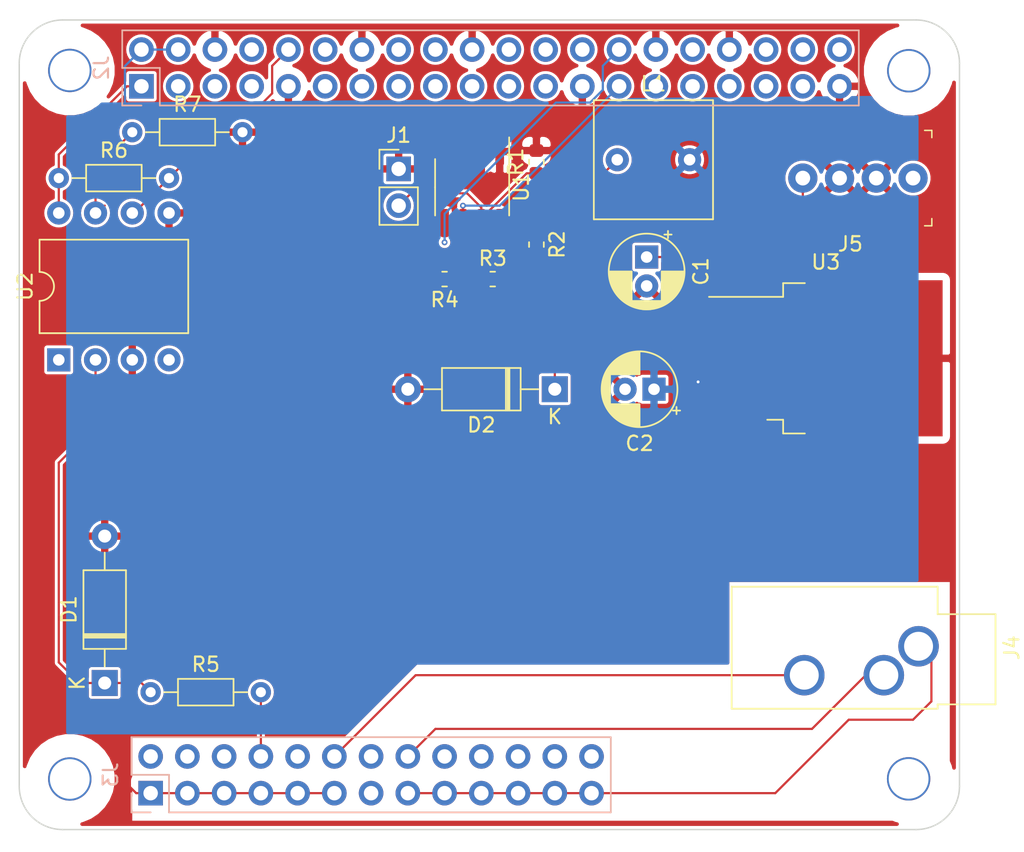
<source format=kicad_pcb>
(kicad_pcb (version 20171130) (host pcbnew 5.1.2-f72e74a~84~ubuntu18.04.1)
  (layers (0 F.Cu signal) (1 In1.Cu signal) (2 In2.Cu signal) (31 B.Cu signal hide) (34 B.Paste user hide) (35 F.Paste user) (36 B.SilkS user hide) (37 F.SilkS user) (38 B.Mask user hide) (39 F.Mask user hide) (44 Edge.Cuts user))
  (net 0 "")
  (net 1 GND)
  (net 2 /ID_SD_EEPROM)
  (net 3 /ID_SC_EEPROM)
  (net 4 /P3V3)
  (net 5 +12V)
  (net 6 +5V)
  (net 7 "Net-(D1-Pad1)")
  (net 8 "Net-(D2-Pad1)")
  (net 9 "Net-(J1-Pad2)")
  (net 10 /TTY_3v3)
  (net 11 +3V3)
  (net 12 GNDA)
  (net 13 /Audio_L)
  (net 14 /Audio_R)
  (net 15 /MIDI_IN)
  (net 16 "Net-(R7-Pad1)")
  (module Connector_Audio:Jack_3.5mm_CUI_SJ1-3533NG_Horizontal_CircularHoles (layer F.Cu) (at 140.716 104.14 270)
    (fp_text reference J4 (at 0.1 -6.45 90) (layer F.SilkS))
    (fp_text value AudioJack)
    (pad R thru_hole circle (at 2 7.9 270) (size 2.8 2.8) (drill 2) (layers *.Cu *.Mask) (net 14 /Audio_R))
    (pad T thru_hole circle (at 2 2.4 270) (size 2.8 2.8) (drill 2) (layers *.Cu *.Mask) (net 13 /Audio_L))
    (pad S thru_hole circle (at 0 0 270) (size 2.8 2.8) (drill 2) (layers *.Cu *.Mask) (net 12 GNDA))
  )
  (module Package_DIP:DIP-8_W10.16mm (layer F.Cu) (at 81.28 84.328 90)
    (fp_text reference U2 (at 5.08 -2.33 90) (layer F.SilkS))
    (fp_text value 6N138)
    (pad 8 thru_hole oval (at 10.16 0 90) (size 1.6 1.6) (drill 0.8) (layers *.Cu *.Mask) (net 11 +3V3))
    (pad 4 thru_hole oval (at 0 7.62 90) (size 1.6 1.6) (drill 0.8) (layers *.Cu *.Mask))
    (pad 7 thru_hole oval (at 10.16 2.54 90) (size 1.6 1.6) (drill 0.8) (layers *.Cu *.Mask) (net 16 "Net-(R7-Pad1)"))
    (pad 3 thru_hole oval (at 0 5.08 90) (size 1.6 1.6) (drill 0.8) (layers *.Cu *.Mask) (net 1 GND))
    (pad 6 thru_hole oval (at 10.16 5.08 90) (size 1.6 1.6) (drill 0.8) (layers *.Cu *.Mask) (net 10 /TTY_3v3))
    (pad 2 thru_hole oval (at 0 2.54 90) (size 1.6 1.6) (drill 0.8) (layers *.Cu *.Mask) (net 7 "Net-(D1-Pad1)"))
    (pad 5 thru_hole oval (at 10.16 7.62 90) (size 1.6 1.6) (drill 0.8) (layers *.Cu *.Mask) (net 1 GND))
    (pad 1 thru_hole rect (at 0 0 90) (size 1.6 1.6) (drill 0.8) (layers *.Cu *.Mask))
  )
  (module Inductor_THT:L_Radial_L8.0mm_W8.0mm_P5.00mm_Neosid_SD8 (layer F.Cu) (at 119.888 70.485)
    (fp_text reference L1 (at 2.5 -5.25) (layer F.SilkS))
    (fp_text value 33uH)
    (pad 2 thru_hole circle (at 5 0) (size 1.6 1.6) (drill 0.8) (layers *.Cu *.Mask) (net 6 +5V))
    (pad 1 thru_hole circle (at 0 0) (size 1.6 1.6) (drill 0.8) (layers *.Cu *.Mask) (net 8 "Net-(D2-Pad1)"))
  )
  (module Diode_THT:D_A-405_P10.16mm_Horizontal (layer F.Cu) (at 115.57 86.36 180)
    (fp_text reference D2 (at 5.08 -2.47) (layer F.SilkS))
    (fp_text value IN5824)
    (fp_text user K (at 0 -1.9) (layer F.SilkS))
    (pad 2 thru_hole oval (at 10.16 0 180) (size 1.8 1.8) (drill 0.9) (layers *.Cu *.Mask) (net 1 GND))
    (pad 1 thru_hole rect (at 0 0 180) (size 1.8 1.8) (drill 0.9) (layers *.Cu *.Mask) (net 8 "Net-(D2-Pad1)"))
  )
  (module Diode_THT:D_A-405_P10.16mm_Horizontal (layer F.Cu) (at 84.455 106.68 90)
    (fp_text reference D1 (at 5.08 -2.47 90) (layer F.SilkS))
    (fp_text value 1N4148)
    (fp_text user K (at 0 -1.9 90) (layer F.SilkS))
    (pad 2 thru_hole oval (at 10.16 0 90) (size 1.8 1.8) (drill 0.9) (layers *.Cu *.Mask) (net 1 GND))
    (pad 1 thru_hole rect (at 0 0 90) (size 1.8 1.8) (drill 0.9) (layers *.Cu *.Mask) (net 7 "Net-(D1-Pad1)"))
  )
  (module Capacitor_THT:CP_Radial_D5.0mm_P2.00mm (layer F.Cu) (at 122.428 86.36 180)
    (fp_text reference C2 (at 1 -3.75) (layer F.SilkS))
    (fp_text value 220uF)
    (pad 2 thru_hole circle (at 2 0 180) (size 1.6 1.6) (drill 0.8) (layers *.Cu *.Mask) (net 1 GND))
    (pad 1 thru_hole rect (at 0 0 180) (size 1.6 1.6) (drill 0.8) (layers *.Cu *.Mask) (net 6 +5V))
  )
  (module Capacitor_THT:CP_Radial_D5.0mm_P2.00mm (layer F.Cu) (at 121.92 77.216 270)
    (fp_text reference C1 (at 1 -3.75 90) (layer F.SilkS))
    (fp_text value 680uF)
    (pad 2 thru_hole circle (at 2 0 270) (size 1.6 1.6) (drill 0.8) (layers *.Cu *.Mask) (net 1 GND))
    (pad 1 thru_hole rect (at 0 0 270) (size 1.6 1.6) (drill 0.8) (layers *.Cu *.Mask) (net 5 +12V))
  )
  (module Package_TO_SOT_SMD:TO-263-5_TabPin3 (layer F.Cu) (at 134.305 84.22)
    (fp_text reference U3 (at 0 -6.65) (layer F.SilkS))
    (fp_text value LM2596)
    (pad 3 smd rect (at 3.375 0) (size 9.4 10.8) (layers F.Cu F.Mask) (net 1 GND))
    (pad 5 smd rect (at -5.775 3.4) (size 4.6 1.1) (layers F.Cu F.Paste F.Mask) (net 1 GND))
    (pad 4 smd rect (at -5.775 1.7) (size 4.6 1.1) (layers F.Cu F.Paste F.Mask) (net 6 +5V))
    (pad 3 smd rect (at -5.775 0) (size 4.6 1.1) (layers F.Cu F.Paste F.Mask) (net 1 GND))
    (pad 2 smd rect (at -5.775 -1.7) (size 4.6 1.1) (layers F.Cu F.Paste F.Mask) (net 8 "Net-(D2-Pad1)"))
    (pad 1 smd rect (at -5.775 -3.4) (size 4.6 1.1) (layers F.Cu F.Paste F.Mask) (net 5 +12V))
  )
  (module Package_SO:SOIC-8_3.9x4.9mm_P1.27mm (layer F.Cu) (at 109.855 72.39 270)
    (fp_text reference U1 (at 0 -3.4 90) (layer F.SilkS))
    (fp_text value CAT24C32)
    (pad 8 smd roundrect (at 2.475 -1.905 270) (size 1.95 0.6) (layers F.Cu F.Paste F.Mask) (net 4 /P3V3))
    (pad 7 smd roundrect (at 2.475 -0.635 270) (size 1.95 0.6) (layers F.Cu F.Paste F.Mask) (net 9 "Net-(J1-Pad2)"))
    (pad 6 smd roundrect (at 2.475 0.635 270) (size 1.95 0.6) (layers F.Cu F.Paste F.Mask) (net 2 /ID_SD_EEPROM))
    (pad 5 smd roundrect (at 2.475 1.905 270) (size 1.95 0.6) (layers F.Cu F.Paste F.Mask) (net 3 /ID_SC_EEPROM))
    (pad 4 smd roundrect (at -2.475 1.905 270) (size 1.95 0.6) (layers F.Cu F.Paste F.Mask) (net 1 GND))
    (pad 3 smd roundrect (at -2.475 0.635 270) (size 1.95 0.6) (layers F.Cu F.Paste F.Mask) (net 1 GND))
    (pad 2 smd roundrect (at -2.475 -0.635 270) (size 1.95 0.6) (layers F.Cu F.Paste F.Mask) (net 1 GND))
    (pad 1 smd roundrect (at -2.475 -1.905 270) (size 1.95 0.6) (layers F.Cu F.Paste F.Mask) (net 1 GND))
  )
  (module Resistor_THT:R_Axial_DIN0204_L3.6mm_D1.6mm_P7.62mm_Horizontal (layer F.Cu) (at 86.36 68.58)
    (fp_text reference R7 (at 3.81 -1.92) (layer F.SilkS))
    (fp_text value 40K)
    (pad 2 thru_hole oval (at 7.62 0) (size 1.4 1.4) (drill 0.7) (layers *.Cu *.Mask) (net 1 GND))
    (pad 1 thru_hole circle (at 0 0) (size 1.4 1.4) (drill 0.7) (layers *.Cu *.Mask) (net 16 "Net-(R7-Pad1)"))
  )
  (module Resistor_THT:R_Axial_DIN0204_L3.6mm_D1.6mm_P7.62mm_Horizontal (layer F.Cu) (at 81.28 71.755)
    (fp_text reference R6 (at 3.81 -1.92) (layer F.SilkS))
    (fp_text value 4K)
    (pad 2 thru_hole oval (at 7.62 0) (size 1.4 1.4) (drill 0.7) (layers *.Cu *.Mask) (net 10 /TTY_3v3))
    (pad 1 thru_hole circle (at 0 0) (size 1.4 1.4) (drill 0.7) (layers *.Cu *.Mask) (net 11 +3V3))
  )
  (module Resistor_THT:R_Axial_DIN0204_L3.6mm_D1.6mm_P7.62mm_Horizontal (layer F.Cu) (at 87.63 107.315)
    (fp_text reference R5 (at 3.81 -1.92) (layer F.SilkS))
    (fp_text value 220)
    (pad 2 thru_hole oval (at 7.62 0) (size 1.4 1.4) (drill 0.7) (layers *.Cu *.Mask) (net 15 /MIDI_IN))
    (pad 1 thru_hole circle (at 0 0) (size 1.4 1.4) (drill 0.7) (layers *.Cu *.Mask) (net 7 "Net-(D1-Pad1)"))
  )
  (module Resistor_SMD:R_0603_1608Metric (layer F.Cu) (at 107.95 78.74 180)
    (fp_text reference R4 (at 0 -1.43) (layer F.SilkS))
    (fp_text value 3.9K)
    (pad 2 smd roundrect (at 0.7875 0 180) (size 0.875 0.95) (layers F.Cu F.Paste F.Mask) (net 3 /ID_SC_EEPROM))
    (pad 1 smd roundrect (at -0.7875 0 180) (size 0.875 0.95) (layers F.Cu F.Paste F.Mask) (net 4 /P3V3))
  )
  (module Resistor_SMD:R_0603_1608Metric (layer F.Cu) (at 111.2775 78.74)
    (fp_text reference R3 (at 0 -1.43) (layer F.SilkS))
    (fp_text value 3.9K)
    (pad 2 smd roundrect (at 0.7875 0) (size 0.875 0.95) (layers F.Cu F.Paste F.Mask) (net 2 /ID_SD_EEPROM))
    (pad 1 smd roundrect (at -0.7875 0) (size 0.875 0.95) (layers F.Cu F.Paste F.Mask) (net 4 /P3V3))
  )
  (module Resistor_SMD:R_0603_1608Metric (layer F.Cu) (at 114.3 76.3525 270)
    (fp_text reference R2 (at 0 -1.43 90) (layer F.SilkS))
    (fp_text value 10K)
    (pad 2 smd roundrect (at 0.7875 0 270) (size 0.875 0.95) (layers F.Cu F.Paste F.Mask) (net 9 "Net-(J1-Pad2)"))
    (pad 1 smd roundrect (at -0.7875 0 270) (size 0.875 0.95) (layers F.Cu F.Paste F.Mask) (net 4 /P3V3))
  )
  (module Resistor_SMD:R_0603_1608Metric (layer F.Cu) (at 114.3 70.6375 90)
    (fp_text reference R1 (at 0 -1.43 90) (layer F.SilkS))
    (fp_text value DNP)
    (pad 2 smd roundrect (at 0.7875 0 90) (size 0.875 0.95) (layers F.Cu F.Paste F.Mask) (net 1 GND))
    (pad 1 smd roundrect (at -0.7875 0 90) (size 0.875 0.95) (layers F.Cu F.Paste F.Mask) (net 9 "Net-(J1-Pad2)"))
  )
  (module digikey-footprints:PinHeader_1x4_P2.54mm_Drill1.02mm (layer F.Cu) (at 140.335 71.755 180)
    (fp_text reference J5 (at 4.33 -4.56) (layer F.SilkS))
    (fp_text value "Floppy Power Connector")
    (pad 4 thru_hole circle (at 7.62 0 180) (size 2.02 2.02) (drill 1.02) (layers *.Cu *.Mask) (net 5 +12V))
    (pad 3 thru_hole circle (at 5.08 0 180) (size 2.02 2.02) (drill 1.02) (layers *.Cu *.Mask) (net 1 GND))
    (pad 2 thru_hole circle (at 2.54 0 180) (size 2.02 2.02) (drill 1.02) (layers *.Cu *.Mask) (net 1 GND))
    (pad 1 thru_hole circle (at 0 0 180) (size 2.02 2.02) (drill 1.02) (layers *.Cu *.Mask))
  )
  (module Connector_PinSocket_2.54mm:PinSocket_2x13_P2.54mm_Vertical (layer B.Cu) (at 87.63 114.3 270)
    (fp_text reference J3 (at -1.27 2.77 90) (layer B.SilkS) (effects (justify mirror)))
    (fp_text value "WaveBlaster Connector")
    (pad 26 thru_hole oval (at -2.54 -30.48 270) (size 1.7 1.7) (drill 1) (layers *.Cu *.Mask))
    (pad 25 thru_hole oval (at 0 -30.48 270) (size 1.7 1.7) (drill 1) (layers *.Cu *.Mask) (net 12 GNDA))
    (pad 24 thru_hole oval (at -2.54 -27.94 270) (size 1.7 1.7) (drill 1) (layers *.Cu *.Mask))
    (pad 23 thru_hole oval (at 0 -27.94 270) (size 1.7 1.7) (drill 1) (layers *.Cu *.Mask) (net 12 GNDA))
    (pad 22 thru_hole oval (at -2.54 -25.4 270) (size 1.7 1.7) (drill 1) (layers *.Cu *.Mask))
    (pad 21 thru_hole oval (at 0 -25.4 270) (size 1.7 1.7) (drill 1) (layers *.Cu *.Mask) (net 12 GNDA))
    (pad 20 thru_hole oval (at -2.54 -22.86 270) (size 1.7 1.7) (drill 1) (layers *.Cu *.Mask))
    (pad 19 thru_hole oval (at 0 -22.86 270) (size 1.7 1.7) (drill 1) (layers *.Cu *.Mask) (net 12 GNDA))
    (pad 18 thru_hole oval (at -2.54 -20.32 270) (size 1.7 1.7) (drill 1) (layers *.Cu *.Mask))
    (pad 17 thru_hole oval (at 0 -20.32 270) (size 1.7 1.7) (drill 1) (layers *.Cu *.Mask) (net 12 GNDA))
    (pad 16 thru_hole oval (at -2.54 -17.78 270) (size 1.7 1.7) (drill 1) (layers *.Cu *.Mask) (net 13 /Audio_L))
    (pad 15 thru_hole oval (at 0 -17.78 270) (size 1.7 1.7) (drill 1) (layers *.Cu *.Mask) (net 12 GNDA))
    (pad 14 thru_hole oval (at -2.54 -15.24 270) (size 1.7 1.7) (drill 1) (layers *.Cu *.Mask))
    (pad 13 thru_hole oval (at 0 -15.24 270) (size 1.7 1.7) (drill 1) (layers *.Cu *.Mask))
    (pad 12 thru_hole oval (at -2.54 -12.7 270) (size 1.7 1.7) (drill 1) (layers *.Cu *.Mask) (net 14 /Audio_R))
    (pad 11 thru_hole oval (at 0 -12.7 270) (size 1.7 1.7) (drill 1) (layers *.Cu *.Mask) (net 1 GND))
    (pad 10 thru_hole oval (at -2.54 -10.16 270) (size 1.7 1.7) (drill 1) (layers *.Cu *.Mask))
    (pad 9 thru_hole oval (at 0 -10.16 270) (size 1.7 1.7) (drill 1) (layers *.Cu *.Mask) (net 1 GND))
    (pad 8 thru_hole oval (at -2.54 -7.62 270) (size 1.7 1.7) (drill 1) (layers *.Cu *.Mask) (net 15 /MIDI_IN))
    (pad 7 thru_hole oval (at 0 -7.62 270) (size 1.7 1.7) (drill 1) (layers *.Cu *.Mask) (net 1 GND))
    (pad 6 thru_hole oval (at -2.54 -5.08 270) (size 1.7 1.7) (drill 1) (layers *.Cu *.Mask))
    (pad 5 thru_hole oval (at 0 -5.08 270) (size 1.7 1.7) (drill 1) (layers *.Cu *.Mask) (net 1 GND))
    (pad 4 thru_hole oval (at -2.54 -2.54 270) (size 1.7 1.7) (drill 1) (layers *.Cu *.Mask))
    (pad 3 thru_hole oval (at 0 -2.54 270) (size 1.7 1.7) (drill 1) (layers *.Cu *.Mask) (net 1 GND))
    (pad 2 thru_hole oval (at -2.54 0 270) (size 1.7 1.7) (drill 1) (layers *.Cu *.Mask))
    (pad 1 thru_hole rect (at 0 0 270) (size 1.7 1.7) (drill 1) (layers *.Cu *.Mask) (net 1 GND))
  )
  (module Connector_PinSocket_2.54mm:PinSocket_2x20_P2.54mm_Vertical (layer B.Cu) (at 86.995 65.405 270)
    (fp_text reference J2 (at -1.27 2.77 270) (layer B.SilkS) (effects (justify mirror)))
    (fp_text value 40HAT)
    (pad 40 thru_hole oval (at -2.54 -48.26 270) (size 1.7 1.7) (drill 1) (layers *.Cu *.Mask))
    (pad 39 thru_hole oval (at 0 -48.26 270) (size 1.7 1.7) (drill 1) (layers *.Cu *.Mask) (net 1 GND))
    (pad 38 thru_hole oval (at -2.54 -45.72 270) (size 1.7 1.7) (drill 1) (layers *.Cu *.Mask))
    (pad 37 thru_hole oval (at 0 -45.72 270) (size 1.7 1.7) (drill 1) (layers *.Cu *.Mask))
    (pad 36 thru_hole oval (at -2.54 -43.18 270) (size 1.7 1.7) (drill 1) (layers *.Cu *.Mask))
    (pad 35 thru_hole oval (at 0 -43.18 270) (size 1.7 1.7) (drill 1) (layers *.Cu *.Mask))
    (pad 34 thru_hole oval (at -2.54 -40.64 270) (size 1.7 1.7) (drill 1) (layers *.Cu *.Mask) (net 1 GND))
    (pad 33 thru_hole oval (at 0 -40.64 270) (size 1.7 1.7) (drill 1) (layers *.Cu *.Mask))
    (pad 32 thru_hole oval (at -2.54 -38.1 270) (size 1.7 1.7) (drill 1) (layers *.Cu *.Mask))
    (pad 31 thru_hole oval (at 0 -38.1 270) (size 1.7 1.7) (drill 1) (layers *.Cu *.Mask))
    (pad 30 thru_hole oval (at -2.54 -35.56 270) (size 1.7 1.7) (drill 1) (layers *.Cu *.Mask) (net 1 GND))
    (pad 29 thru_hole oval (at 0 -35.56 270) (size 1.7 1.7) (drill 1) (layers *.Cu *.Mask))
    (pad 28 thru_hole oval (at -2.54 -33.02 270) (size 1.7 1.7) (drill 1) (layers *.Cu *.Mask) (net 3 /ID_SC_EEPROM))
    (pad 27 thru_hole oval (at 0 -33.02 270) (size 1.7 1.7) (drill 1) (layers *.Cu *.Mask) (net 2 /ID_SD_EEPROM))
    (pad 26 thru_hole oval (at -2.54 -30.48 270) (size 1.7 1.7) (drill 1) (layers *.Cu *.Mask))
    (pad 25 thru_hole oval (at 0 -30.48 270) (size 1.7 1.7) (drill 1) (layers *.Cu *.Mask) (net 1 GND))
    (pad 24 thru_hole oval (at -2.54 -27.94 270) (size 1.7 1.7) (drill 1) (layers *.Cu *.Mask))
    (pad 23 thru_hole oval (at 0 -27.94 270) (size 1.7 1.7) (drill 1) (layers *.Cu *.Mask))
    (pad 22 thru_hole oval (at -2.54 -25.4 270) (size 1.7 1.7) (drill 1) (layers *.Cu *.Mask))
    (pad 21 thru_hole oval (at 0 -25.4 270) (size 1.7 1.7) (drill 1) (layers *.Cu *.Mask))
    (pad 20 thru_hole oval (at -2.54 -22.86 270) (size 1.7 1.7) (drill 1) (layers *.Cu *.Mask) (net 1 GND))
    (pad 19 thru_hole oval (at 0 -22.86 270) (size 1.7 1.7) (drill 1) (layers *.Cu *.Mask))
    (pad 18 thru_hole oval (at -2.54 -20.32 270) (size 1.7 1.7) (drill 1) (layers *.Cu *.Mask))
    (pad 17 thru_hole oval (at 0 -20.32 270) (size 1.7 1.7) (drill 1) (layers *.Cu *.Mask))
    (pad 16 thru_hole oval (at -2.54 -17.78 270) (size 1.7 1.7) (drill 1) (layers *.Cu *.Mask))
    (pad 15 thru_hole oval (at 0 -17.78 270) (size 1.7 1.7) (drill 1) (layers *.Cu *.Mask))
    (pad 14 thru_hole oval (at -2.54 -15.24 270) (size 1.7 1.7) (drill 1) (layers *.Cu *.Mask) (net 1 GND))
    (pad 13 thru_hole oval (at 0 -15.24 270) (size 1.7 1.7) (drill 1) (layers *.Cu *.Mask))
    (pad 12 thru_hole oval (at -2.54 -12.7 270) (size 1.7 1.7) (drill 1) (layers *.Cu *.Mask))
    (pad 11 thru_hole oval (at 0 -12.7 270) (size 1.7 1.7) (drill 1) (layers *.Cu *.Mask))
    (pad 10 thru_hole oval (at -2.54 -10.16 270) (size 1.7 1.7) (drill 1) (layers *.Cu *.Mask) (net 10 /TTY_3v3))
    (pad 9 thru_hole oval (at 0 -10.16 270) (size 1.7 1.7) (drill 1) (layers *.Cu *.Mask) (net 1 GND))
    (pad 8 thru_hole oval (at -2.54 -7.62 270) (size 1.7 1.7) (drill 1) (layers *.Cu *.Mask))
    (pad 7 thru_hole oval (at 0 -7.62 270) (size 1.7 1.7) (drill 1) (layers *.Cu *.Mask))
    (pad 6 thru_hole oval (at -2.54 -5.08 270) (size 1.7 1.7) (drill 1) (layers *.Cu *.Mask) (net 1 GND))
    (pad 5 thru_hole oval (at 0 -5.08 270) (size 1.7 1.7) (drill 1) (layers *.Cu *.Mask))
    (pad 4 thru_hole oval (at -2.54 -2.54 270) (size 1.7 1.7) (drill 1) (layers *.Cu *.Mask) (net 6 +5V))
    (pad 3 thru_hole oval (at 0 -2.54 270) (size 1.7 1.7) (drill 1) (layers *.Cu *.Mask))
    (pad 2 thru_hole oval (at -2.54 0 270) (size 1.7 1.7) (drill 1) (layers *.Cu *.Mask) (net 6 +5V))
    (pad 1 thru_hole rect (at 0 0 270) (size 1.7 1.7) (drill 1) (layers *.Cu *.Mask) (net 11 +3V3))
  )
  (module Connector_PinHeader_2.54mm:PinHeader_1x02_P2.54mm_Vertical (layer F.Cu) (at 104.775 71.12)
    (fp_text reference J1 (at 0 -2.33) (layer F.SilkS))
    (fp_text value CONN_01X02)
    (pad 2 thru_hole oval (at 0 2.54) (size 1.7 1.7) (drill 1) (layers *.Cu *.Mask) (net 9 "Net-(J1-Pad2)"))
    (pad 1 thru_hole rect (at 0 0) (size 1.7 1.7) (drill 1) (layers *.Cu *.Mask) (net 1 GND))
  )
  (module project_footprints:NPTH_3mm_ID (layer F.Cu) (at 82.04 64.31)
    (fp_text reference H1 (at 0.06 0.09) (layer F.SilkS))
    (fp_text value 3mm_Mounting_Hole hide)
    (pad "" np_thru_hole circle (at 0 0) (size 3 3) (drill 2.75) (layers *.Cu *.Mask) (clearance 1.6))
  )
  (module project_footprints:NPTH_3mm_ID (layer F.Cu) (at 140.04 64.33)
    (fp_text reference H2 (at 0.06 0.09) (layer F.SilkS))
    (fp_text value 3mm_Mounting_Hole hide)
    (pad "" np_thru_hole circle (at 0 0) (size 3 3) (drill 2.75) (layers *.Cu *.Mask) (clearance 1.6))
  )
  (module project_footprints:NPTH_3mm_ID (layer F.Cu) (at 82.04 113.32)
    (fp_text reference H3 (at 0.06 0.09) (layer F.SilkS))
    (fp_text value 3mm_Mounting_Hole hide)
    (pad "" np_thru_hole circle (at 0 0) (size 3 3) (drill 2.75) (layers *.Cu *.Mask) (clearance 1.6))
  )
  (module project_footprints:NPTH_3mm_ID (layer F.Cu) (at 140.03 113.31)
    (fp_text reference H4 (at 0.06 0.09) (layer F.SilkS))
    (fp_text value 3mm_Mounting_Hole hide)
    (pad "" np_thru_hole circle (at 0 0) (size 3 3) (drill 2.75) (layers *.Cu *.Mask) (clearance 1.6))
  )
  (gr_line (start 78.546356 63.817611) (end 78.546356 113.817611) (layer Edge.Cuts) (width 0.1))
  (gr_arc (start 81.546356 63.817611) (end 81.546356 60.817611) (angle -90) (layer Edge.Cuts) (width 0.1))
  (gr_line (start 140.546356 60.817611) (end 81.546356 60.817611) (layer Edge.Cuts) (width 0.1))
  (gr_arc (start 140.546356 63.817611) (end 143.546356 63.817611) (angle -90) (layer Edge.Cuts) (width 0.1))
  (gr_line (start 143.546356 113.817611) (end 143.546356 63.817611) (layer Edge.Cuts) (width 0.1))
  (gr_arc (start 81.546356 113.817611) (end 78.546356 113.817611) (angle -90) (layer Edge.Cuts) (width 0.1))
  (gr_line (start 81.546356 116.817611) (end 140.546356 116.817611) (layer Edge.Cuts) (width 0.1))
  (gr_arc (start 140.546356 113.817611) (end 140.546356 116.817611) (angle -89.9) (layer Edge.Cuts) (width 0.1))
  (segment (start 100.33 114.3) (end 87.63 114.3) (width 0.15) (layer F.Cu) (net 1))
  (segment (start 86.63 114.3) (end 85.725 113.395) (width 0.15) (layer F.Cu) (net 1))
  (segment (start 87.63 114.3) (end 86.63 114.3) (width 0.15) (layer F.Cu) (net 1))
  (segment (start 85.725 113.395) (end 85.725 109.855) (width 0.15) (layer F.Cu) (net 1))
  (segment (start 92.71 70.485) (end 93.345 70.485) (width 0.15) (layer F.Cu) (net 1))
  (segment (start 93.98 69.85) (end 93.98 68.58) (width 0.15) (layer F.Cu) (net 1))
  (segment (start 93.345 70.485) (end 93.98 69.85) (width 0.15) (layer F.Cu) (net 1))
  (segment (start 102.775001 66.530001) (end 98.280001 66.530001) (width 0.15) (layer F.Cu) (net 1))
  (segment (start 103.360001 65.945001) (end 102.775001 66.530001) (width 0.15) (layer F.Cu) (net 1))
  (segment (start 103.360001 63.990001) (end 103.360001 65.945001) (width 0.15) (layer F.Cu) (net 1))
  (segment (start 135.795001 61.739999) (end 136.380001 62.324999) (width 0.15) (layer F.Cu) (net 1))
  (segment (start 137.795 84.105) (end 137.68 84.22) (width 0.15) (layer F.Cu) (net 1))
  (segment (start 124.48 93.565) (end 124.7 93.345) (width 0.15) (layer F.Cu) (net 1))
  (segment (start 121.285 93.565) (end 124.48 93.565) (width 0.15) (layer F.Cu) (net 1))
  (segment (start 126.78 87.62) (end 128.53 87.62) (width 0.15) (layer F.Cu) (net 1))
  (segment (start 124.7 93.345) (end 124.7 89.7) (width 0.15) (layer F.Cu) (net 1))
  (segment (start 130.28 84.22) (end 137.68 84.22) (width 0.15) (layer F.Cu) (net 1))
  (segment (start 128.53 84.22) (end 130.28 84.22) (width 0.15) (layer F.Cu) (net 1))
  (segment (start 114.235 69.915) (end 114.3 69.85) (width 0.15) (layer F.Cu) (net 1))
  (segment (start 104.775 71.12) (end 106.745 71.12) (width 0.15) (layer F.Cu) (net 1))
  (segment (start 116.205 62.469998) (end 115.475001 61.739999) (width 0.15) (layer F.Cu) (net 1))
  (segment (start 116.205 64.135) (end 116.205 62.469998) (width 0.15) (layer F.Cu) (net 1))
  (via (at 109.22 73.66) (size 0.4) (drill 0.2) (layers F.Cu B.Cu) (net 2))
  (segment (start 119.94 66.06) (end 119.94 65.59) (width 0.25) (layer B.Cu) (net 2))
  (segment (start 108.84929 75.23571) (end 109.22 74.865) (width 0.15) (layer F.Cu) (net 2))
  (segment (start 108.84929 75.52429) (end 108.84929 75.23571) (width 0.15) (layer F.Cu) (net 2))
  (segment (start 112.065 78.74) (end 108.84929 75.52429) (width 0.15) (layer F.Cu) (net 2))
  (segment (start 109.22 73.66) (end 109.22 74.865) (width 0.15) (layer F.Cu) (net 2))
  (segment (start 111.76 73.66) (end 120.015 65.405) (width 0.15) (layer B.Cu) (net 2))
  (segment (start 109.22 73.66) (end 111.76 73.66) (width 0.15) (layer B.Cu) (net 2))
  (via (at 107.95 76.2) (size 0.4) (drill 0.2) (layers F.Cu B.Cu) (net 3))
  (segment (start 107.1625 75.6525) (end 107.95 74.865) (width 0.15) (layer F.Cu) (net 3))
  (segment (start 107.1625 78.74) (end 107.1625 75.6525) (width 0.15) (layer F.Cu) (net 3))
  (segment (start 107.95 76.2) (end 107.95 74.865) (width 0.15) (layer F.Cu) (net 3))
  (segment (start 119.165001 63.714999) (end 120.015 62.865) (width 0.15) (layer B.Cu) (net 3))
  (segment (start 118.889999 65.655003) (end 118.889999 63.990001) (width 0.15) (layer B.Cu) (net 3))
  (segment (start 118.015001 66.530001) (end 118.889999 65.655003) (width 0.15) (layer B.Cu) (net 3))
  (segment (start 115.646997 66.530001) (end 118.015001 66.530001) (width 0.15) (layer B.Cu) (net 3))
  (segment (start 118.889999 63.990001) (end 119.165001 63.714999) (width 0.15) (layer B.Cu) (net 3))
  (segment (start 107.95 74.226998) (end 115.646997 66.530001) (width 0.15) (layer B.Cu) (net 3))
  (segment (start 107.95 76.2) (end 107.95 74.226998) (width 0.15) (layer B.Cu) (net 3))
  (segment (start 113.6 74.865) (end 114.3 75.565) (width 0.15) (layer F.Cu) (net 4))
  (segment (start 111.76 74.865) (end 113.6 74.865) (width 0.15) (layer F.Cu) (net 4))
  (segment (start 108.7375 78.74) (end 110.49 78.74) (width 0.15) (layer F.Cu) (net 4))
  (segment (start 113.665 80.01) (end 115.57 78.105) (width 0.15) (layer F.Cu) (net 4))
  (segment (start 110.49 78.74) (end 111.76 80.01) (width 0.15) (layer F.Cu) (net 4))
  (segment (start 114.935 75.565) (end 114.3 75.565) (width 0.15) (layer F.Cu) (net 4))
  (segment (start 115.57 76.2) (end 114.935 75.565) (width 0.15) (layer F.Cu) (net 4))
  (segment (start 115.57 78.105) (end 115.57 76.2) (width 0.15) (layer F.Cu) (net 4))
  (segment (start 111.76 80.01) (end 113.665 80.01) (width 0.15) (layer F.Cu) (net 4))
  (segment (start 130.545 78.105) (end 128.53 80.12) (width 0.15) (layer F.Cu) (net 5))
  (segment (start 132.08 78.105) (end 130.545 78.105) (width 0.15) (layer F.Cu) (net 5))
  (segment (start 128.53 80.12) (end 128.53 80.82) (width 0.15) (layer F.Cu) (net 5))
  (segment (start 132.715 77.47) (end 132.08 78.105) (width 0.15) (layer F.Cu) (net 5))
  (segment (start 132.715 71.755) (end 132.715 77.47) (width 0.15) (layer F.Cu) (net 5))
  (segment (start 126.08 80.82) (end 128.53 80.82) (width 0.15) (layer F.Cu) (net 5))
  (segment (start 125.626 77.216) (end 125.984 77.574) (width 0.15) (layer F.Cu) (net 5))
  (segment (start 121.92 77.216) (end 125.626 77.216) (width 0.15) (layer F.Cu) (net 5))
  (segment (start 125.984 77.574) (end 125.984 80.772) (width 0.15) (layer F.Cu) (net 5))
  (segment (start 126.032 80.82) (end 128.53 80.82) (width 0.15) (layer F.Cu) (net 5))
  (segment (start 125.984 80.772) (end 126.032 80.82) (width 0.15) (layer F.Cu) (net 5))
  (via (at 125.476 85.852) (size 0.4) (drill 0.2) (layers F.Cu B.Cu) (net 6))
  (segment (start 130.28 85.92) (end 128.53 85.92) (width 0.15) (layer F.Cu) (net 6))
  (segment (start 125.544 85.92) (end 125.476 85.852) (width 0.15) (layer F.Cu) (net 6))
  (segment (start 128.53 85.92) (end 125.544 85.92) (width 0.15) (layer F.Cu) (net 6))
  (segment (start 128.598 85.852) (end 128.53 85.92) (width 0.15) (layer F.Cu) (net 6))
  (segment (start 89.535 62.865) (end 86.995 62.865) (width 0.15) (layer B.Cu) (net 6))
  (segment (start 86.995 62.865) (end 85.852 64.008) (width 0.15) (layer B.Cu) (net 6))
  (segment (start 85.852 64.008) (end 85.852 67.056) (width 0.15) (layer B.Cu) (net 6))
  (segment (start 86.995 106.68) (end 87.63 107.315) (width 0.15) (layer F.Cu) (net 7))
  (segment (start 84.455 106.68) (end 86.995 106.68) (width 0.15) (layer F.Cu) (net 7))
  (segment (start 82.705 106.68) (end 81.28 105.255) (width 0.15) (layer F.Cu) (net 7))
  (segment (start 84.455 106.68) (end 82.705 106.68) (width 0.15) (layer F.Cu) (net 7))
  (segment (start 81.28 105.255) (end 81.28 91.44) (width 0.15) (layer F.Cu) (net 7))
  (segment (start 81.28 91.44) (end 83.82 88.9) (width 0.15) (layer F.Cu) (net 7))
  (segment (start 83.82 88.9) (end 83.82 84.328) (width 0.15) (layer F.Cu) (net 7))
  (segment (start 117.66 82.52) (end 115.57 84.61) (width 0.15) (layer F.Cu) (net 8))
  (segment (start 128.53 82.52) (end 117.66 82.52) (width 0.15) (layer F.Cu) (net 8))
  (segment (start 118.888001 81.291999) (end 115.57 84.61) (width 0.15) (layer F.Cu) (net 8))
  (segment (start 115.57 84.61) (end 115.57 86.36) (width 0.15) (layer F.Cu) (net 8))
  (segment (start 118.888001 71.484999) (end 118.888001 81.291999) (width 0.15) (layer F.Cu) (net 8))
  (segment (start 119.888 70.485) (end 118.888001 71.484999) (width 0.15) (layer F.Cu) (net 8))
  (segment (start 110.49 73.79) (end 110.49 74.865) (width 0.15) (layer F.Cu) (net 9))
  (segment (start 109.510001 72.810001) (end 110.49 73.79) (width 0.15) (layer F.Cu) (net 9))
  (segment (start 105.624999 72.810001) (end 109.510001 72.810001) (width 0.15) (layer F.Cu) (net 9))
  (segment (start 104.775 73.66) (end 105.624999 72.810001) (width 0.15) (layer F.Cu) (net 9))
  (segment (start 113.725 71.425) (end 114.3 71.425) (width 0.15) (layer F.Cu) (net 9))
  (segment (start 110.86071 74.188232) (end 113.623942 71.425) (width 0.15) (layer F.Cu) (net 9))
  (segment (start 110.86071 74.49429) (end 110.86071 74.188232) (width 0.15) (layer F.Cu) (net 9))
  (segment (start 113.623942 71.425) (end 113.725 71.425) (width 0.15) (layer F.Cu) (net 9))
  (segment (start 110.49 74.865) (end 110.86071 74.49429) (width 0.15) (layer F.Cu) (net 9))
  (segment (start 113.725 77.14) (end 114.3 77.14) (width 0.15) (layer F.Cu) (net 9))
  (segment (start 111.69 77.14) (end 113.725 77.14) (width 0.15) (layer F.Cu) (net 9))
  (segment (start 110.49 75.94) (end 111.69 77.14) (width 0.15) (layer F.Cu) (net 9))
  (segment (start 110.49 74.865) (end 110.49 75.94) (width 0.15) (layer F.Cu) (net 9))
  (segment (start 86.36 74.295) (end 88.9 71.755) (width 0.15) (layer F.Cu) (net 10))
  (segment (start 88.9 71.755) (end 93.345 67.31) (width 0.15) (layer F.Cu) (net 10))
  (segment (start 93.345 67.31) (end 94.615 67.31) (width 0.15) (layer F.Cu) (net 10))
  (segment (start 96.305001 63.714999) (end 97.155 62.865) (width 0.15) (layer F.Cu) (net 10))
  (segment (start 96.029999 63.990001) (end 96.305001 63.714999) (width 0.15) (layer F.Cu) (net 10))
  (segment (start 96.029999 65.895001) (end 96.029999 63.990001) (width 0.15) (layer F.Cu) (net 10))
  (segment (start 94.615 67.31) (end 96.029999 65.895001) (width 0.15) (layer F.Cu) (net 10))
  (segment (start 81.28 71.755) (end 81.28 74.295) (width 0.15) (layer F.Cu) (net 11))
  (segment (start 81.28 70.12) (end 85.995 65.405) (width 0.15) (layer F.Cu) (net 11))
  (segment (start 85.995 65.405) (end 86.995 65.405) (width 0.15) (layer F.Cu) (net 11))
  (segment (start 81.28 71.755) (end 81.28 70.12) (width 0.15) (layer F.Cu) (net 11))
  (segment (start 140.335 109.22) (end 141.605 107.95) (width 0.15) (layer F.Cu) (net 12))
  (segment (start 141.605 107.95) (end 141.605 104.14) (width 0.15) (layer F.Cu) (net 12))
  (segment (start 135.89 109.22) (end 140.335 109.22) (width 0.15) (layer F.Cu) (net 12))
  (segment (start 118.11 114.3) (end 130.81 114.3) (width 0.15) (layer F.Cu) (net 12))
  (segment (start 130.81 114.3) (end 135.89 109.22) (width 0.15) (layer F.Cu) (net 12))
  (segment (start 105.41 114.3) (end 118.11 114.3) (width 0.15) (layer F.Cu) (net 12))
  (segment (start 105.41 111.76) (end 107.315 109.855) (width 0.15) (layer F.Cu) (net 13))
  (segment (start 107.315 109.855) (end 133.35 109.855) (width 0.15) (layer F.Cu) (net 13))
  (segment (start 137.065 106.14) (end 139.205 106.14) (width 0.15) (layer F.Cu) (net 13))
  (segment (start 133.35 109.855) (end 137.065 106.14) (width 0.15) (layer F.Cu) (net 13))
  (segment (start 105.95 106.14) (end 100.33 111.76) (width 0.15) (layer F.Cu) (net 14))
  (segment (start 133.705 106.14) (end 105.95 106.14) (width 0.15) (layer F.Cu) (net 14))
  (segment (start 95.25 107.315) (end 95.25 111.76) (width 0.15) (layer F.Cu) (net 15))
  (segment (start 84.455 73.66) (end 83.82 74.295) (width 0.15) (layer F.Cu) (net 16))
  (segment (start 83.82 71.12) (end 86.36 68.58) (width 0.15) (layer F.Cu) (net 16))
  (segment (start 83.82 74.295) (end 83.82 71.12) (width 0.15) (layer F.Cu) (net 16))
  (zone (net 0) (net_name "") (layer F.Cu) (connect_pads (clearance 0.2)) (min_thickness 0.254)
    (keepout (tracks allowed) (vias allowed) (copperpour not_allowed))
    (fill (arc_segments 32) (thermal_gap 0.508) (thermal_bridge_width 0.508))
    (polygon (pts (xy 86.36 110.49) (xy 100.965 110.49) (xy 106.045 105.41) (xy 127.635 105.41) (xy 127.635 99.695) (xy 142.875 99.695) (xy 142.875 114.935) (xy 141.605 116.205) (xy 86.36 116.205)))
  )
  (zone (net 1) (net_name GND) (layer F.Cu) (connect_pads (clearance 0.2)) (min_thickness 0.254) (fill yes (arc_segments 32) (thermal_gap 0.508) (thermal_bridge_width 0.508))
    (polygon (pts (xy 77.216 59.436) (xy 77.216 118.364) (xy 144.78 118.364) (xy 145.288 59.436) (xy 80.264 59.436)))
  )
  (zone (net 0) (net_name "") (layer B.Cu) (connect_pads (clearance 0.2)) (min_thickness 0.254)
    (keepout (tracks allowed) (vias allowed) (copperpour not_allowed))
    (fill (arc_segments 32) (thermal_gap 0.508) (thermal_bridge_width 0.508))
    (polygon (pts (xy 86.36 110.49) (xy 100.965 110.49) (xy 106.045 105.41) (xy 127.635 105.41) (xy 127.635 99.695) (xy 142.875 99.695) (xy 142.875 114.935) (xy 141.605 116.205) (xy 86.36 116.205)))
  )
  (zone (net 6) (net_name +5V) (layer B.Cu) (connect_pads (clearance 0.2)) (min_thickness 0.254) (fill yes (arc_segments 32) (thermal_gap 0.508) (thermal_bridge_width 0.508))
    (polygon (pts (xy 81.788 66.548) (xy 81.788 110.236) (xy 140.716 110.236) (xy 140.716 66.04)))
  )
)
</source>
